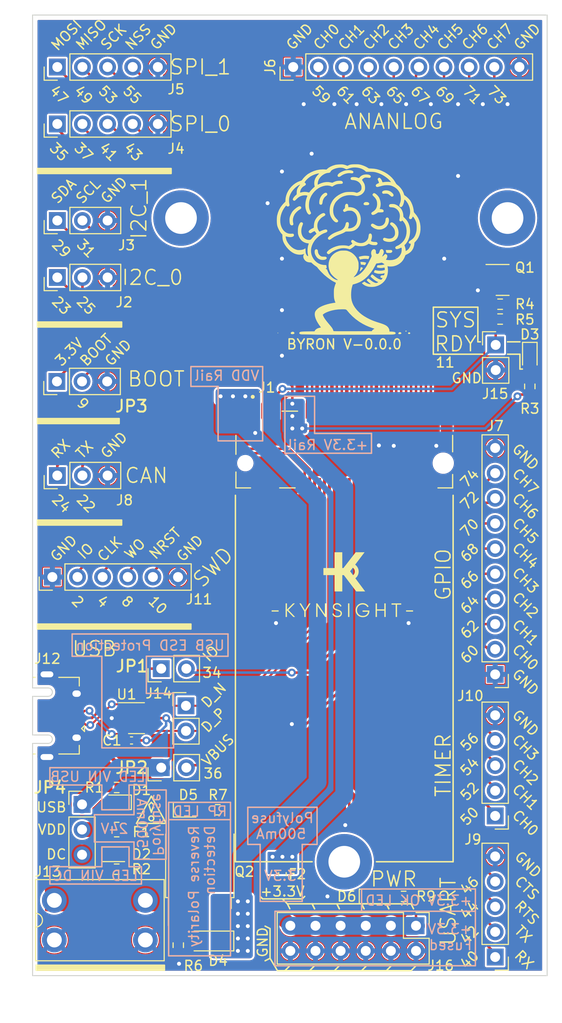
<source format=kicad_pcb>
(kicad_pcb (version 20221018) (generator pcbnew)

  (general
    (thickness 1.6)
  )

  (paper "A4")
  (layers
    (0 "F.Cu" signal)
    (31 "B.Cu" signal)
    (32 "B.Adhes" user "B.Adhesive")
    (33 "F.Adhes" user "F.Adhesive")
    (34 "B.Paste" user)
    (35 "F.Paste" user)
    (36 "B.SilkS" user "B.Silkscreen")
    (37 "F.SilkS" user "F.Silkscreen")
    (38 "B.Mask" user)
    (39 "F.Mask" user)
    (40 "Dwgs.User" user "User.Drawings")
    (41 "Cmts.User" user "User.Comments")
    (42 "Eco1.User" user "User.Eco1")
    (43 "Eco2.User" user "User.Eco2")
    (44 "Edge.Cuts" user)
    (45 "Margin" user)
    (46 "B.CrtYd" user "B.Courtyard")
    (47 "F.CrtYd" user "F.Courtyard")
    (48 "B.Fab" user)
    (49 "F.Fab" user)
    (50 "User.1" user)
    (51 "User.2" user)
    (52 "User.3" user)
    (53 "User.4" user)
    (54 "User.5" user)
    (55 "User.6" user)
    (56 "User.7" user)
    (57 "User.8" user)
    (58 "User.9" user)
  )

  (setup
    (stackup
      (layer "F.SilkS" (type "Top Silk Screen"))
      (layer "F.Paste" (type "Top Solder Paste"))
      (layer "F.Mask" (type "Top Solder Mask") (thickness 0.01))
      (layer "F.Cu" (type "copper") (thickness 0.035))
      (layer "dielectric 1" (type "core") (thickness 1.51) (material "FR4") (epsilon_r 4.5) (loss_tangent 0.02))
      (layer "B.Cu" (type "copper") (thickness 0.035))
      (layer "B.Mask" (type "Bottom Solder Mask") (thickness 0.01))
      (layer "B.Paste" (type "Bottom Solder Paste"))
      (layer "B.SilkS" (type "Bottom Silk Screen"))
      (copper_finish "None")
      (dielectric_constraints no)
    )
    (pad_to_mask_clearance 0)
    (aux_axis_origin 87.7 127.95)
    (grid_origin 87.7 127.95)
    (pcbplotparams
      (layerselection 0x00010fc_ffffffff)
      (plot_on_all_layers_selection 0x0000000_00000000)
      (disableapertmacros false)
      (usegerberextensions false)
      (usegerberattributes true)
      (usegerberadvancedattributes true)
      (creategerberjobfile true)
      (dashed_line_dash_ratio 12.000000)
      (dashed_line_gap_ratio 3.000000)
      (svgprecision 4)
      (plotframeref false)
      (viasonmask false)
      (mode 1)
      (useauxorigin false)
      (hpglpennumber 1)
      (hpglpenspeed 20)
      (hpglpendiameter 15.000000)
      (dxfpolygonmode true)
      (dxfimperialunits true)
      (dxfusepcbnewfont true)
      (psnegative false)
      (psa4output false)
      (plotreference true)
      (plotvalue true)
      (plotinvisibletext false)
      (sketchpadsonfab false)
      (subtractmaskfromsilk false)
      (outputformat 1)
      (mirror false)
      (drillshape 1)
      (scaleselection 1)
      (outputdirectory "")
    )
  )

  (net 0 "")
  (net 1 "+24V")
  (net 2 "/SWD.IO")
  (net 3 "/SWD.CLK")
  (net 4 "/SWD.WO")
  (net 5 "/MCU.BOOT")
  (net 6 "/MCU.NRST")
  (net 7 "/CAN.TX")
  (net 8 "/I2C_0.SDA")
  (net 9 "/CAN.RX")
  (net 10 "/I2C_0.SCL")
  (net 11 "/I2C_1.SDA")
  (net 12 "/USB.D_P")
  (net 13 "/I2C_1.SCL")
  (net 14 "/USB.IO")
  (net 15 "/SPI_0.MOSI")
  (net 16 "/USB.VBUS")
  (net 17 "/SPI_0.MISO")
  (net 18 "/USART.RX")
  (net 19 "/SPI_0.SCK")
  (net 20 "/USART.TX")
  (net 21 "/SPI_0.NSS")
  (net 22 "/USART.RTS")
  (net 23 "/USART.CTS")
  (net 24 "/SPI_1.MOSI")
  (net 25 "/SPI_1.MISO")
  (net 26 "/TIMER.CH_0")
  (net 27 "/TIMER.CH_1")
  (net 28 "/SPI_1.SCK")
  (net 29 "/TIMER.CH_2")
  (net 30 "/SPI_1.NSS")
  (net 31 "/TIMER.CH_3")
  (net 32 "/ANALOG.CH_0")
  (net 33 "/GPIO.CH_0")
  (net 34 "/ANALOG.CH_1")
  (net 35 "/GPIO.CH_1")
  (net 36 "/ANALOG.CH_2")
  (net 37 "/GPIO.CH_2")
  (net 38 "/ANALOG.CH_3")
  (net 39 "/GPIO.CH_3")
  (net 40 "/ANALOG.CH_4")
  (net 41 "/GPIO.CH_4")
  (net 42 "/ANALOG.CH_5")
  (net 43 "/GPIO.CH_5")
  (net 44 "/ANALOG.CH_6")
  (net 45 "/GPIO.CH_6")
  (net 46 "/ANALOG.CH_7")
  (net 47 "/GPIO.CH_7")
  (net 48 "GND")
  (net 49 "VDD")
  (net 50 "+5V")
  (net 51 "/SYS.READY")
  (net 52 "/USB.D_N")
  (net 53 "Net-(J12-ID)")
  (net 54 "Net-(D1-A)")
  (net 55 "Net-(D2-A)")
  (net 56 "Net-(D3-A)")
  (net 57 "Net-(D3-K)")
  (net 58 "Net-(D5-A)")
  (net 59 "Net-(JP4-C)")
  (net 60 "+3V3")
  (net 61 "Net-(Q1-B)")
  (net 62 "Net-(D4-A)")
  (net 63 "/VDD_Safe")
  (net 64 "/3.3V_Safe")
  (net 65 "Net-(D6-A)")

  (footprint "Resistor_SMD:R_0603_1608Metric" (layer "F.Cu") (at 102.425 124.875 -90))

  (footprint "Connector_PinHeader_2.54mm:PinHeader_1x05_P2.54mm_Vertical" (layer "F.Cu") (at 90.2 41.95 90))

  (footprint "Package_TO_SOT_SMD:TO-252-2" (layer "F.Cu") (at 104.6 116.76 90))

  (footprint "Connector_PinHeader_2.54mm:PinHeader_1x02_P2.54mm_Vertical" (layer "F.Cu") (at 100.7 96.95 90))

  (footprint "Connector_PinHeader_2.54mm:PinHeader_1x10_P2.54mm_Vertical" (layer "F.Cu") (at 134.45 97.53 180))

  (footprint "LED_SMD:LED_0603_1608Metric" (layer "F.Cu") (at 96.2 115.7))

  (footprint "Connector_PinHeader_2.54mm:PinHeader_2x06_P2.54mm_Vertical" (layer "F.Cu") (at 126.45 122.91 -90))

  (footprint "Resistor_SMD:R_0603_1608Metric" (layer "F.Cu") (at 134.95 60.15 180))

  (footprint "Connector_PinHeader_2.54mm:PinHeader_1x06_P2.54mm_Vertical" (layer "F.Cu") (at 89.7 87.7 90))

  (footprint "Connector_PinHeader_2.54mm:PinHeader_1x02_P2.54mm_Vertical" (layer "F.Cu") (at 103.2 100.7))

  (footprint "Connector_PinHeader_2.54mm:PinHeader_1x05_P2.54mm_Vertical" (layer "F.Cu") (at 134.45 126.07 180))

  (footprint "Connector_PinHeader_2.54mm:PinHeader_1x03_P2.54mm_Vertical" (layer "F.Cu") (at 92.7 110.66))

  (footprint "Resistor_SMD:R_0402_1005Metric" (layer "F.Cu") (at 112.95 117.7 90))

  (footprint "Resistor_SMD:R_0603_1608Metric" (layer "F.Cu") (at 96.2 117.2))

  (footprint "LED_SMD:LED_0603_1608Metric" (layer "F.Cu") (at 103.4125 111.2))

  (footprint "Resistor_SMD:R_0805_2012Metric" (layer "F.Cu") (at 96.2 113.2))

  (footprint "Connector_PinHeader_2.54mm:PinHeader_1x03_P2.54mm_Vertical" (layer "F.Cu") (at 90.2 57.45 90))

  (footprint "Connector_PinHeader_2.54mm:PinHeader_1x10_P2.54mm_Vertical" (layer "F.Cu") (at 114.04 36.2 90))

  (footprint "MountingHole:MountingHole_3.2mm_M3_DIN965_Pad" (layer "F.Cu") (at 135.7 51.45))

  (footprint "Capacitor_SMD:C_0402_1005Metric" (layer "F.Cu") (at 97.7 104.2 180))

  (footprint "819_connectors_card_edge:TE_2199230-3" (layer "F.Cu") (at 119.2 76.2))

  (footprint "LED_SMD:LED_0603_1608Metric" (layer "F.Cu") (at 96.2 110.45 180))

  (footprint "LED_SMD:LED_0603_1608Metric" (layer "F.Cu") (at 122.2 119.95))

  (footprint "MountingHole:MountingHole_3.2mm_M3_DIN965_Pad" (layer "F.Cu") (at 102.7 51.45))

  (footprint "Resistor_SMD:R_0603_1608Metric" (layer "F.Cu") (at 125.2 119.95 180))

  (footprint "Resistor_SMD:R_0603_1608Metric" (layer "F.Cu") (at 106.4125 111.2 180))

  (footprint "Package_TO_SOT_SMD:SOT-23-6" (layer "F.Cu") (at 98.2 101.95))

  (footprint "Resistor_SMD:R_0603_1608Metric" (layer "F.Cu") (at 137.95 68.45 90))

  (footprint "Connector_PinHeader_2.54mm:PinHeader_1x05_P2.54mm_Vertical" (layer "F.Cu") (at 134.45 111.82 180))

  (footprint "Connector_PinHeader_2.54mm:PinHeader_1x02_P2.54mm_Vertical" (layer "F.Cu") (at 100.7 106.95 90))

  (footprint "Connector_PinHeader_2.54mm:PinHeader_1x03_P2.54mm_Vertical" (layer "F.Cu") (at 90.2 51.7 90))

  (footprint "MountingHole:MountingHole_3.2mm_M3_DIN965_Pad" (layer "F.Cu") (at 119.2 116.45))

  (footprint "Connector_PinHeader_2.54mm:PinHeader_1x02_P2.54mm_Vertical" (layer "F.Cu") (at 134.5 64.26))

  (footprint "LED_SMD:LED_0603_1608Metric" (layer "F.Cu") (at 137.95 65.487501 -90))

  (footprint "ked_symbols:brayn_carrier" (layer "F.Cu")
    (tstamp bbbcaa97-a9fb-4be2-89d6-336da4add715)
    (at 119.7 54.45)
    (attr board_only exclude_from_pos_files exclude_from_bom)
    (fp_text reference "G***" (at 0 0) (layer "F.SilkS") hide
        (effects (font (size 1.5 1.5) (thickness 0.3)))
      (tstamp adf5df8f-5475-45ce-8c5f-04b8e5011e94)
    )
    (fp_text value "LOGO" (at 0.75 0) (layer "F.SilkS") hide
        (effects (font (size 1.5 1.5) (thickness 0.3)))
      (tstamp 2b8fb183-0a87-4f0f-905e-faff4b08d567)
    )
    (fp_poly
      (pts
        (xy -7.182104 8.583858)
        (xy -7.174335 8.601808)
        (xy -7.181132 8.629502)
        (xy -7.209692 8.636)
        (xy -7.24176 8.626111)
        (xy -7.24505 8.601808)
        (xy -7.225784 8.57274)
        (xy -7.209692 8.567615)
      )

      (stroke (width 0) (type solid)) (fill solid) (layer "F.SilkS") (tstamp c42c3e8b-e88e-4603-872d-43b0db020b19))
    (fp_poly
      (pts
        (xy 5.774469 8.374497)
        (xy 5.791063 8.393367)
        (xy 5.801295 8.427291)
        (xy 5.789583 8.445542)
        (xy 5.766545 8.458709)
        (xy 5.721253 8.466187)
        (xy 5.697097 8.453997)
        (xy 5.674805 8.420225)
        (xy 5.683364 8.385832)
        (xy 5.717221 8.364393)
        (xy 5.734538 8.362461)
      )

      (stroke (width 0) (type solid)) (fill solid) (layer "F.SilkS") (tstamp 5078f9ee-6ace-48cd-b8cc-64d3f5283360))
    (fp_poly
      (pts
        (xy 6.108116 8.551639)
        (xy 6.15082 8.583584)
        (xy 6.173382 8.622074)
        (xy 6.174154 8.629625)
        (xy 6.158059 8.66236)
        (xy 6.120415 8.693864)
        (xy 6.077179 8.711943)
        (xy 6.065154 8.712915)
        (xy 6.016464 8.704566)
        (xy 5.983654 8.694006)
        (xy 5.948846 8.665192)
        (xy 5.943094 8.625879)
        (xy 5.961791 8.585416)
        (xy 6.000334 8.553157)
        (xy 6.054119 8.538453)
        (xy 6.060318 8.538308)
      )

      (stroke (width 0) (type solid)) (fill solid) (layer "F.SilkS") (tstamp fa1d1951-6049-4fda-a65d-d2358cf567c0))
    (fp_poly
      (pts
        (xy 5.168465 8.529931)
        (xy 5.219925 8.557395)
        (xy 5.260029 8.59213)
        (xy 5.275384 8.623914)
        (xy 5.258259 8.675894)
        (xy 5.207763 8.709036)
        (xy 5.125214 8.722493)
        (xy 5.121962 8.722592)
        (xy 5.058188 8.721128)
        (xy 5.007972 8.714392)
        (xy 4.991913 8.708983)
        (xy 4.964446 8.676465)
        (xy 4.965527 8.633286)
        (xy 4.989567 8.587805)
        (xy 5.030978 8.548382)
        (xy 5.084172 8.523376)
        (xy 5.119077 8.518769)
      )

      (stroke (width 0) (type solid)) (fill solid) (layer "F.SilkS") (tstamp 49c2e593-6302-4d9b-973e-3864a0597df1))
    (fp_poly
      (pts
        (xy -5.639843 8.49221)
        (xy -5.582569 8.524953)
        (xy -5.546252 8.570708)
        (xy -5.536212 8.622259)
        (xy -5.557768 8.672393)
        (xy -5.564929 8.680228)
        (xy -5.612539 8.70659)
        (xy -5.683052 8.722461)
        (xy -5.76135 8.726371)
        (xy -5.832316 8.716851)
        (xy -5.856224 8.708528)
        (xy -5.900768 8.673718)
        (xy -5.914159 8.62882)
        (xy -5.90056 8.580476)
        (xy -5.864133 8.535326)
        (xy -5.809042 8.50001)
        (xy -5.739449 8.481167)
        (xy -5.712758 8.479692)
      )

      (stroke (width 0) (type solid)) (fill solid) (layer "F.SilkS") (tstamp 822692f1-530b-4f1a-b327-a7b7ea840b34))
    (fp_poly
      (pts
        (xy 1.20266 1.962132)
        (xy 1.251983 1.977602)
        (xy 1.306837 1.999094)
        (xy 1.35488 2.021189)
        (xy 1.383768 2.038466)
        (xy 1.387231 2.043177)
        (xy 1.375287 2.066141)
        (xy 1.343706 2.110206)
        (xy 1.298864 2.167312)
        (xy 1.247138 2.229401)
        (xy 1.194902 2.288413)
        (xy 1.183533 2.300654)
        (xy 1.126105 2.356137)
        (xy 1.087232 2.381271)
        (xy 1.068339 2.375679)
        (xy 1.070848 2.338981)
        (xy 1.073403 2.329961)
        (xy 1.085279 2.285847)
        (xy 1.102276 2.21665)
        (xy 1.121203 2.135468)
        (xy 1.126022 2.114122)
        (xy 1.144607 2.03535)
        (xy 1.159303 1.988032)
        (xy 1.173598 1.965251)
        (xy 1.190982 1.960087)
      )

      (stroke (width 0) (type solid)) (fill solid) (layer "F.SilkS") (tstamp b96846ae-17b2-49db-9603-d70a529852ca))
    (fp_poly
      (pts
        (xy 1.797451 -4.613137)
        (xy 1.893811 -4.595539)
        (xy 1.966567 -4.549955)
        (xy 2.004743 -4.503228)
        (xy 2.025339 -4.45939)
        (xy 2.020121 -4.416006)
        (xy 2.013463 -4.398573)
        (xy 1.986811 -4.354852)
        (xy 1.945169 -4.325283)
        (xy 1.881957 -4.307612)
        (xy 1.790591 -4.299586)
        (xy 1.7211 -4.298462)
        (xy 1.63283 -4.299929)
        (xy 1.573388 -4.305561)
        (xy 1.532591 -4.317199)
        (xy 1.500259 -4.336685)
        (xy 1.497327 -4.338957)
        (xy 1.453344 -4.39222)
        (xy 1.447399 -4.451242)
        (xy 1.479297 -4.513694)
        (xy 1.51491 -4.550438)
        (xy 1.55824 -4.583716)
        (xy 1.602903 -4.604045)
        (xy 1.659384 -4.613753)
        (xy 1.73817 -4.615167)
      )

      (stroke (width 0) (type solid)) (fill solid) (layer "F.SilkS") (tstamp a4672d3b-633b-4e67-9168-b4be73a46176))
    (fp_poly
      (pts
        (xy 1.332417 1.429924)
        (xy 1.420276 1.439611)
        (xy 1.50996 1.45363)
        (xy 1.592155 1.470237)
        (xy 1.657549 1.487694)
        (xy 1.696827 1.504258)
        (xy 1.702937 1.509908)
        (xy 1.701284 1.536746)
        (xy 1.684074 1.584245)
        (xy 1.657131 1.641195)
        (xy 1.626278 1.696385)
        (xy 1.597337 1.738606)
        (xy 1.576132 1.756649)
        (xy 1.574746 1.756699)
        (xy 1.541682 1.750599)
        (xy 1.494692 1.738942)
        (xy 1.444046 1.728539)
        (xy 1.371669 1.717668)
        (xy 1.306591 1.710098)
        (xy 1.177104 1.697249)
        (xy 1.166449 1.625278)
        (xy 1.154945 1.55609)
        (xy 1.14216 1.490228)
        (xy 1.14207 1.489808)
        (xy 1.128346 1.426308)
        (xy 1.255698 1.426308)
      )

      (stroke (width 0) (type solid)) (fill solid) (layer "F.SilkS") (tstamp dd76cb87-0ba9-4376-9c87-da56f43e2eff))
    (fp_poly
      (pts
        (xy 4.100194 0.224937)
        (xy 4.181187 0.226278)
        (xy 4.236228 0.229625)
        (xy 4.271879 0.235885)
        (xy 4.294702 0.245968)
        (xy 4.311259 0.260783)
        (xy 4.3197 0.270818)
        (xy 4.347137 0.318552)
        (xy 4.357077 0.359942)
        (xy 4.340361 0.412211)
        (xy 4.297478 0.464374)
        (xy 4.239319 0.503939)
        (xy 4.226929 0.509197)
        (xy 4.182591 0.517752)
        (xy 4.111315 0.522962)
        (xy 4.025101 0.524793)
        (xy 3.935947 0.523211)
        (xy 3.855852 0.518181)
        (xy 3.800231 0.510424)
        (xy 3.762992 0.498011)
        (xy 3.743103 0.473433)
        (xy 3.73204 0.424512)
        (xy 3.73006 0.410159)
        (xy 3.719714 0.343987)
        (xy 3.708025 0.286203)
        (xy 3.704778 0.273538)
        (xy 3.69105 0.224692)
        (xy 3.986687 0.224692)
      )

      (stroke (width 0) (type solid)) (fill solid) (layer "F.SilkS") (tstamp a774d402-66e7-4b2f-96bc-66019439791e))
    (fp_poly
      (pts
        (xy -2.303522 -5.545995)
        (xy -2.249422 -5.500565)
        (xy -2.218153 -5.435137)
        (xy -2.217209 -5.368097)
        (xy -2.253608 -5.300945)
        (xy -2.325721 -5.236457)
        (xy -2.340515 -5.226539)
        (xy -2.461948 -5.125718)
        (xy -2.562075 -4.997057)
        (xy -2.636755 -4.84782)
        (xy -2.681848 -4.685272)
        (xy -2.691276 -4.611077)
        (xy -2.708155 -4.496672)
        (xy -2.738288 -4.416569)
        (xy -2.782981 -4.367865)
        (xy -2.805977 -4.356238)
        (xy -2.843326 -4.343028)
        (xy -2.858772 -4.339218)
        (xy -2.877867 -4.34533)
        (xy -2.919059 -4.357795)
        (xy -2.920978 -4.358367)
        (xy -2.968996 -4.378331)
        (xy -3.000518 -4.409027)
        (xy -3.018735 -4.457945)
        (xy -3.026839 -4.532571)
        (xy -3.0282 -4.609927)
        (xy -3.009308 -4.799871)
        (xy -2.955563 -4.98594)
        (xy -2.870475 -5.160363)
        (xy -2.757554 -5.315369)
        (xy -2.670121 -5.402706)
        (xy -2.560146 -5.486978)
        (xy -2.460986 -5.539051)
        (xy -2.374744 -5.558774)
      )

      (stroke (width 0) (type solid)) (fill solid) (layer "F.SilkS") (tstamp 43012569-ee1f-48cb-8bb3-85e587bb6a73))
    (fp_poly
      (pts
        (xy 0.080614 -7.832161)
        (xy 0.206974 -7.811971)
        (xy 0.307375 -7.779435)
        (xy 0.378853 -7.735973)
        (xy 0.418444 -7.683002)
        (xy 0.423183 -7.62194)
        (xy 0.418523 -7.605431)
        (xy 0.384452 -7.549819)
        (xy 0.328127 -7.519646)
        (xy 0.245857 -7.513685)
        (xy 0.171274 -7.523184)
        (xy 0.003793 -7.536496)
        (xy -0.178107 -7.520927)
        (xy -0.365562 -7.478975)
        (xy -0.549704 -7.41314)
        (xy -0.721668 -7.325922)
        (xy -0.855612 -7.233682)
        (xy -0.933496 -7.184563)
        (xy -1.011072 -7.158318)
        (xy -1.078862 -7.157106)
        (xy -1.117697 -7.174012)
        (xy -1.149249 -7.211495)
        (xy -1.171218 -7.254374)
        (xy -1.180503 -7.295735)
        (xy -1.170928 -7.33605)
        (xy -1.144152 -7.383715)
        (xy -1.088224 -7.457148)
        (xy -1.014826 -7.524442)
        (xy -0.917663 -7.59033)
        (xy -0.790445 -7.659541)
        (xy -0.752231 -7.678391)
        (xy -0.565979 -7.757515)
        (xy -0.386909 -7.8081)
        (xy -0.199899 -7.833689)
        (xy -0.068741 -7.838588)
      )

      (stroke (width 0) (type solid)) (fill solid) (layer "F.SilkS") (tstamp 4eb467c3-4671-427b-8c1c-5189db62decf))
    (fp_poly
      (pts
        (xy 3.845385 -5.789422)
        (xy 3.988069 -5.757112)
        (xy 4.124496 -5.702898)
        (xy 4.148838 -5.690256)
        (xy 4.233758 -5.635486)
        (xy 4.317598 -5.56628)
        (xy 4.391622 -5.491311)
        (xy 4.447098 -5.419251)
        (xy 4.472447 -5.368944)
        (xy 4.482211 -5.288777)
        (xy 4.458366 -5.222768)
        (xy 4.405474 -5.177332)
        (xy 4.328097 -5.158882)
        (xy 4.322965 -5.158775)
        (xy 4.285796 -5.163779)
        (xy 4.245507 -5.182771)
        (xy 4.194321 -5.220603)
        (xy 4.124459 -5.282125)
        (xy 4.122966 -5.283494)
        (xy 4.027445 -5.364645)
        (xy 3.941745 -5.419436)
        (xy 3.854681 -5.451641)
        (xy 3.755066 -5.465031)
        (xy 3.631716 -5.463378)
        (xy 3.5963 -5.461088)
        (xy 3.507872 -5.455293)
        (xy 3.449549 -5.453927)
        (xy 3.412496 -5.458164)
        (xy 3.387878 -5.469178)
        (xy 3.366858 -5.488143)
        (xy 3.36317 -5.492067)
        (xy 3.328347 -5.553481)
        (xy 3.324064 -5.621185)
        (xy 3.35017 -5.681838)
        (xy 3.3655 -5.698096)
        (xy 3.456502 -5.754167)
        (xy 3.57193 -5.788026)
        (xy 3.704115 -5.799753)
      )

      (stroke (width 0) (type solid)) (fill solid) (layer "F.SilkS") (tstamp dc6617a5-f734-4f20-9d79-3034db430f69))
    (fp_poly
      (pts
        (xy 1.685095 0.808047)
        (xy 1.785067 0.814499)
        (xy 1.877494 0.824512)
        (xy 1.954015 0.837225)
        (xy 2.006268 0.851777)
        (xy 2.024712 0.863708)
        (xy 2.024676 0.890537)
        (xy 2.013404 0.94321)
        (xy 1.993271 1.010939)
        (xy 1.990417 1.019435)
        (xy 1.965982 1.089088)
        (xy 1.947813 1.128838)
        (xy 1.929843 1.145861)
        (xy 1.906002 1.147333)
        (xy 1.885461 1.143553)
        (xy 1.728666 1.12293)
        (xy 1.556061 1.120026)
        (xy 1.386675 1.134862)
        (xy 1.338384 1.142955)
        (xy 1.253264 1.159074)
        (xy 1.177029 1.173473)
        (xy 1.121998 1.183826)
        (xy 1.108808 1.186291)
        (xy 1.069597 1.188469)
        (xy 1.055869 1.170518)
        (xy 1.055077 1.157897)
        (xy 1.046184 1.118896)
        (xy 1.023538 1.062454)
        (xy 1.007495 1.030022)
        (xy 0.980096 0.971704)
        (xy 0.974086 0.937006)
        (xy 0.983071 0.921313)
        (xy 1.02141 0.902458)
        (xy 1.089511 0.881132)
        (xy 1.178313 0.859316)
        (xy 1.278756 0.838989)
        (xy 1.381778 0.822129)
        (xy 1.478319 0.810718)
        (xy 1.495965 0.80927)
        (xy 1.585941 0.806017)
      )

      (stroke (width 0) (type solid)) (fill solid) (layer "F.SilkS") (tstamp 38f0e21f-97b4-48b0-843c-7357ed62fa2b))
    (fp_poly
      (pts
        (xy -4.983043 -4.190271)
        (xy -4.919401 -4.169398)
        (xy -4.871452 -4.134117)
        (xy -4.857676 -4.111971)
        (xy -4.843552 -4.044172)
        (xy -4.858643 -3.983186)
        (xy -4.905599 -3.924932)
        (xy -4.987073 -3.865327)
        (xy -5.036759 -3.836394)
        (xy -5.137118 -3.76979)
        (xy -5.24611 -3.678945)
        (xy -5.353565 -3.57387)
        (xy -5.44931 -3.46458)
        (xy -5.523174 -3.361085)
        (xy -5.528347 -3.352488)
        (xy -5.620017 -3.162871)
        (xy -5.676098 -2.96666)
        (xy -5.695911 -2.768433)
        (xy -5.678779 -2.572768)
        (xy -5.657314 -2.481385)
        (xy -5.643459 -2.392242)
        (xy -5.659978 -2.325507)
        (xy -5.688501 -2.291777)
        (xy -5.75359 -2.261493)
        (xy -5.831363 -2.261579)
        (xy -5.87703 -2.275961)
        (xy -5.933799 -2.314568)
        (xy -5.976521 -2.37626)
        (xy -6.006578 -2.46492)
        (xy -6.025351 -2.58443)
        (xy -6.033558 -2.715846)
        (xy -6.035561 -2.830868)
        (xy -6.031984 -2.921687)
        (xy -6.021513 -3.002943)
        (xy -6.002834 -3.089276)
        (xy -5.998465 -3.106616)
        (xy -5.953051 -3.247995)
        (xy -5.889554 -3.396306)
        (xy -5.814588 -3.538317)
        (xy -5.734768 -3.660793)
        (xy -5.698667 -3.706431)
        (xy -5.600042 -3.812302)
        (xy -5.489679 -3.914537)
        (xy -5.374434 -4.008043)
        (xy -5.261163 -4.087726)
        (xy -5.156722 -4.148492)
        (xy -5.067964 -4.185248)
        (xy -5.047234 -4.190465)
      )

      (stroke (width 0) (type solid)) (fill solid) (layer "F.SilkS") (tstamp 105add6c-252d-4095-b5d0-4c1c4263db26))
    (fp_poly
      (pts
        (xy -3.321295 0.147109)
        (xy -3.276115 0.163388)
        (xy -3.215094 0.199495)
        (xy -3.180156 0.250584)
        (xy -3.166145 0.325797)
        (xy -3.165231 0.359967)
        (xy -3.147259 0.49035)
        (xy -3.097083 0.615947)
        (xy -3.020307 0.727549)
        (xy -2.922539 0.815946)
        (xy -2.867892 0.848387)
        (xy -2.815454 0.872157)
        (xy -2.76608 0.887103)
        (xy -2.708077 0.89519)
        (xy -2.629748 0.898384)
        (xy -2.568136 0.898769)
        (xy -2.477306 0.89937)
        (xy -2.416483 0.902418)
        (xy -2.376602 0.909779)
        (xy -2.348595 0.92332)
        (xy -2.323397 0.944907)
        (xy -2.317972 0.95028)
        (xy -2.28382 0.992544)
        (xy -2.266869 1.029422)
        (xy -2.266462 1.033855)
        (xy -2.284361 1.089759)
        (xy -2.333001 1.144868)
        (xy -2.404791 1.19078)
        (xy -2.410704 1.193531)
        (xy -2.489353 1.216309)
        (xy -2.592574 1.228315)
        (xy -2.707385 1.22957)
        (xy -2.820802 1.220094)
        (xy -2.919841 1.199905)
        (xy -2.942181 1.19271)
        (xy -3.084271 1.128307)
        (xy -3.203188 1.042297)
        (xy -3.304461 0.929413)
        (xy -3.393617 0.784385)
        (xy -3.414674 0.742461)
        (xy -3.454553 0.652779)
        (xy -3.478014 0.576566)
        (xy -3.490129 0.494655)
        (xy -3.493587 0.444245)
        (xy -3.494246 0.343142)
        (xy -3.481497 0.270409)
        (xy -3.451896 0.216632)
        (xy -3.401995 0.172395)
        (xy -3.391501 0.165314)
        (xy -3.355612 0.146726)
      )

      (stroke (width 0) (type solid)) (fill solid) (layer "F.SilkS") (tstamp 416aeaeb-8192-4a31-83d8-f65546e6a598))
    (fp_poly
      (pts
        (xy 3.869367 -3.05491)
        (xy 3.889512 -3.047437)
        (xy 3.944925 -3.017156)
        (xy 3.979483 -2.975328)
        (xy 4.001464 -2.910229)
        (xy 4.00765 -2.88014)
        (xy 4.015618 -2.74485)
        (xy 3.994739 -2.596959)
        (xy 3.94834 -2.446037)
        (xy 3.87975 -2.301658)
        (xy 3.792297 -2.173394)
        (xy 3.742889 -2.118649)
        (xy 3.643079 -2.036234)
        (xy 3.519655 -1.960286)
        (xy 3.387593 -1.898709)
        (xy 3.261867 -1.859409)
        (xy 3.245602 -1.85613)
        (xy 3.127186 -1.842321)
        (xy 2.995816 -1.839858)
        (xy 2.871974 -1.848722)
        (xy 2.823308 -1.85657)
        (xy 2.636207 -1.912898)
        (xy 2.454276 -2.004179)
        (xy 2.285427 -2.126386)
        (xy 2.274023 -2.136238)
        (xy 2.210918 -2.205706)
        (xy 2.186256 -2.271227)
        (xy 2.19982 -2.334567)
        (xy 2.243107 -2.389806)
        (xy 2.289075 -2.424708)
        (xy 2.337603 -2.438785)
        (xy 2.395493 -2.431058)
        (xy 2.469548 -2.400542)
        (xy 2.566569 -2.346257)
        (xy 2.573461 -2.342107)
        (xy 2.696788 -2.272707)
        (xy 2.801907 -2.226371)
        (xy 2.899274 -2.199603)
        (xy 2.999342 -2.188907)
        (xy 3.033444 -2.188308)
        (xy 3.195022 -2.205581)
        (xy 3.337376 -2.255729)
        (xy 3.45787 -2.336249)
        (xy 3.553869 -2.444634)
        (xy 3.622738 -2.57838)
        (xy 3.661842 -2.734982)
        (xy 3.667769 -2.7913)
        (xy 3.676515 -2.88512)
        (xy 3.689179 -2.948735)
        (xy 3.709541 -2.991018)
        (xy 3.741379 -3.020841)
        (xy 3.773509 -3.039568)
        (xy 3.824538 -3.059157)
      )

      (stroke (width 0) (type solid)) (fill solid) (layer "F.SilkS") (tstamp e800d0eb-20a5-4cc2-a598-d574d8af7c82))
    (fp_poly
      (pts
        (xy 4.376559 -2.548661)
        (xy 4.47553 -2.494642)
        (xy 4.586564 -2.406241)
        (xy 4.647395 -2.348141)
        (xy 4.782987 -2.18551)
        (xy 4.883805 -2.005207)
        (xy 4.949578 -1.807906)
        (xy 4.980038 -1.594277)
        (xy 4.982308 -1.514231)
        (xy 4.968447 -1.313549)
        (xy 4.926363 -1.138634)
        (xy 4.855297 -0.987458)
        (xy 4.754493 -0.857993)
        (xy 4.727541 -0.831558)
        (xy 4.589373 -0.728212)
        (xy 4.428027 -0.65201)
        (xy 4.24961 -0.604226)
        (xy 4.060226 -0.586133)
        (xy 3.865984 -0.599001)
        (xy 3.737424 -0.625248)
        (xy 3.635893 -0.654177)
        (xy 3.562816 -0.681429)
        (xy 3.508041 -0.711376)
        (xy 3.470719 -0.740088)
        (xy 3.423424 -0.802735)
        (xy 3.411715 -0.871351)
        (xy 3.435013 -0.937246)
        (xy 3.487323 -0.988298)
        (xy 3.512299 -1.002669)
        (xy 3.538006 -1.009269)
        (xy 3.573181 -1.007429)
        (xy 3.626561 -0.99648)
        (xy 3.706885 -0.975754)
        (xy 3.729166 -0.969781)
        (xy 3.88214 -0.935099)
        (xy 4.012976 -0.921003)
        (xy 4.132588 -0.927241)
        (xy 4.251895 -0.953558)
        (xy 4.264368 -0.957327)
        (xy 4.349943 -0.989386)
        (xy 4.415701 -1.030546)
        (xy 4.478078 -1.089762)
        (xy 4.549353 -1.176834)
        (xy 4.595958 -1.263898)
        (xy 4.621353 -1.361579)
        (xy 4.628998 -1.480507)
        (xy 4.627375 -1.548343)
        (xy 4.61173 -1.693674)
        (xy 4.576021 -1.824406)
        (xy 4.516796 -1.946574)
        (xy 4.430602 -2.066215)
        (xy 4.313989 -2.189365)
        (xy 4.204651 -2.287524)
        (xy 4.146961 -2.347068)
        (xy 4.124662 -2.401445)
        (xy 4.136227 -2.4583)
        (xy 4.161959 -2.501298)
        (xy 4.21878 -2.552303)
        (xy 4.290644 -2.567986)
      )

      (stroke (width 0) (type solid)) (fill solid) (layer "F.SilkS") (tstamp 676ff18f-9a40-491d-b7ca-9ef7212335f3))
    (fp_poly
      (pts
        (xy 2.541167 -5.51287)
        (xy 2.61535 -5.481669)
        (xy 2.698885 -5.42691)
        (xy 2.78623 -5.353465)
        (xy 2.871843 -5.266209)
        (xy 2.95018 -5.170014)
        (xy 3.015699 -5.069755)
        (xy 3.038949 -5.025793)
        (xy 3.106894 -4.855492)
        (xy 3.154007 -4.671492)
        (xy 3.177412 -4.487944)
        (xy 3.176865 -4.347308)
        (xy 3.161812 -4.215417)
        (xy 3.1385 -4.094869)
        (xy 3.109263 -3.99623)
        (xy 3.089209 -3.950753)
        (xy 3.077231 -3.922755)
        (xy 3.087173 -3.910405)
        (xy 3.126764 -3.907038)
        (xy 3.14012 -3.906842)
        (xy 3.273036 -3.895415)
        (xy 3.373413 -3.864811)
        (xy 3.440616 -3.8154)
        (xy 3.47401 -3.747554)
        (xy 3.477846 -3.709352)
        (xy 3.473175 -3.659685)
        (xy 3.455679 -3.623573)
        (xy 3.420136 -3.598786)
        (xy 3.36132 -3.583096)
        (xy 3.27401 -3.574276)
        (xy 3.15298 -3.570096)
        (xy 3.151331 -3.570066)
        (xy 2.917444 -3.565769)
        (xy 2.801991 -3.491454)
        (xy 2.655856 -3.404153)
        (xy 2.533545 -3.345973)
        (xy 2.433513 -3.316314)
        (xy 2.354217 -3.314574)
        (xy 2.349889 -3.315384)
        (xy 2.307043 -3.336658)
        (xy 2.266851 -3.374328)
        (xy 2.230973 -3.441236)
        (xy 2.232776 -3.504038)
        (xy 2.272714 -3.563965)
        (xy 2.351237 -3.622249)
        (xy 2.359628 -3.627123)
        (xy 2.519528 -3.735669)
        (xy 2.643874 -3.859326)
        (xy 2.734028 -4.000393)
        (xy 2.791352 -4.161167)
        (xy 2.817207 -4.343944)
        (xy 2.819019 -4.402061)
        (xy 2.809846 -4.585829)
        (xy 2.776435 -4.745371)
        (xy 2.715272 -4.889103)
        (xy 2.622844 -5.02544)
        (xy 2.505343 -5.153369)
        (xy 2.434654 -5.223547)
        (xy 2.388301 -5.273272)
        (xy 2.361968 -5.308663)
        (xy 2.35134 -5.335839)
        (xy 2.3521 -5.360917)
        (xy 2.35374 -5.368292)
        (xy 2.382726 -5.431834)
        (xy 2.429768 -5.485812)
        (xy 2.48188 -5.515637)
      )

      (stroke (width 0) (type solid)) (fill solid) (layer "F.SilkS") (tstamp 844d6e89-35cd-4610-ade7-b64f12890be4))
    (fp_poly
      (pts
        (xy 2.181858 -1.43089)
        (xy 2.23481 -1.388033)
        (xy 2.27237 -1.318269)
        (xy 2.293668 -1.226449)
        (xy 2.297837 -1.117427)
        (xy 2.284009 -0.996055)
        (xy 2.251315 -0.867185)
        (xy 2.228542 -0.803774)
        (xy 2.205464 -0.737678)
        (xy 2.199866 -0.696525)
        (xy 2.20961 -0.671951)
        (xy 2.253061 -0.642755)
        (xy 2.32672 -0.617712)
        (xy 2.42178 -0.598791)
        (xy 2.529432 -0.587957)
        (xy 2.593895 -0.586154)
        (xy 2.6754 -0.585274)
        (xy 2.728613 -0.580777)
        (xy 2.764308 -0.569882)
        (xy 2.79326 -0.549805)
        (xy 2.815041 -0.529042)
        (xy 2.85952 -0.470892)
        (xy 2.867835 -0.416446)
        (xy 2.840045 -0.357975)
        (xy 2.816515 -0.329116)
        (xy 2.786639 -0.298395)
        (xy 2.757167 -0.279247)
        (xy 2.717412 -0.268241)
        (xy 2.656687 -0.261944)
        (xy 2.596708 -0.258539)
        (xy 2.402984 -0.264847)
        (xy 2.219624 -0.302439)
        (xy 2.072301 -0.360841)
        (xy 1.976182 -0.409548)
        (xy 1.877367 -0.343051)
        (xy 1.744871 -0.269185)
        (xy 1.59294 -0.209388)
        (xy 1.45849 -0.174539)
        (xy 1.333938 -0.159489)
        (xy 1.187164 -0.155084)
        (xy 1.033389 -0.160787)
        (xy 0.887833 -0.176059)
        (xy 0.771554 -0.198804)
        (xy 0.609525 -0.241301)
        (xy 0.54961 -0.181386)
        (xy 0.476651 -0.115716)
        (xy 0.38411 -0.042651)
        (xy 0.285356 0.028031)
        (xy 0.19376 0.086551)
        (xy 0.151091 0.110105)
        (xy 0.057377 0.157593)
        (xy -0.073985 0.118472)
        (xy -0.301292 0.064612)
        (xy -0.519229 0.043021)
        (xy -0.739353 0.052968)
        (xy -0.852249 0.069262)
        (xy -1.13002 0.135159)
        (xy -1.395159 0.232926)
        (xy -1.641887 0.359921)
        (xy -1.864424 0.513506)
        (xy -1.913723 0.554142)
        (xy -1.984477 0.610952)
        (xy -2.036753 0.642879)
        (xy -2.078522 0.653809)
        (xy -2.110154 0.64993)
        (xy -2.186313 0.615092)
        (xy -2.238897 0.562701)
        (xy -2.262306 0.500293)
        (xy -2.257442 0.451747)
        (xy -2.237434 0.417795)
        (xy -2.197771 0.368647)
        (xy -2.153092 0.321121)
        (xy -1.991908 0.184564)
        (xy -1.798643 0.060901)
        (xy -1.578956 -0.047096)
        (xy -1.338508 -0.13666)
        (xy -1.082959 -0.205019)
        (xy -1.073824 -0.20699)
        (xy -0.939073 -0.228219)
        (xy -0.782283 -0.2407)
        (xy -0.615952 -0.244421)
        (xy -0.45258 -0.239368)
        (xy -0.304663 -0.225528)
        (xy -0.204824 -0.207883)
        (xy -0.048186 -0.171535)
        (xy 0.049176 -0.225141)
        (xy 0.115778 -0.265268)
        (xy 0.183426 -0.311664)
        (xy 0.244021 -0.35804)
        (xy 0.289462 -0.398111)
        (xy 0.31165 -0.425586)
        (xy 0.312615 -0.429651)
        (xy 0.299924 -0.452707)
        (xy 0.268129 -0.49037)
        (xy 0.254 -0.504994)
        (xy 0.205897 -0.575004)
        (xy 0.193834 -0.648355)
        (xy 0.217953 -0.718259)
        (xy 0.248745 -0.754703)
        (xy 0.298845 -0.787526)
        (xy 0.353615 -0.792963)
        (xy 0.41913 -0.769902)
        (xy 0.501464 -0.717228)
        (xy 0.517243 -0.705496)
        (xy 0.686501 -0.597559)
        (xy 0.861431 -0.522937)
        (xy 1.038019 -0.481491)
        (xy 1.212253 -0.473083)
        (xy 1.380119 -0.497576)
        (xy 1.537606 -0.554831)
        (xy 1.680698 -0.644711)
        (xy 1.790299 -0.749269)
        (xy 1.863724 -0.849417)
        (xy 1.913335 -0.958097)
        (xy 1.943519 -1.086545)
        (xy 1.953126 -1.166333)
        (xy 1.968621 -1.27966)
        (xy 1.992949 -1.359184)
        (xy 2.028922 -1.409714)
        (xy 2.079354 -1.436056)
        (xy 2.11438 -1.441986)
      )

      (stroke (width 0) (type solid)) (fill solid) (layer "F.SilkS") (tstamp 84a1a4bf-822a-4a3b-a703-29186eca5056))
    (fp_poly
      (pts
        (xy -0.185569 -4.427811)
        (xy -0.138662 -4.384393)
        (xy -0.109421 -4.309058)
        (xy -0.097692 -4.225703)
        (xy -0.087923 -4.095336)
        (xy 0.019887 -4.100413)
        (xy 0.154224 -4.094354)
        (xy 0.303554 -4.067033)
        (xy 0.452631 -4.021938)
        (xy 0.557243 -3.9775)
        (xy 0.715183 -3.878544)
        (xy 0.853853 -3.748816)
        (xy 0.970726 -3.59285)
        (xy 1.063276 -3.415181)
        (xy 1.128978 -3.220345)
        (xy 1.165304 -3.012875)
        (xy 1.171968 -2.873913)
        (xy 1.155431 -2.642574)
        (xy 1.107344 -2.428855)
        (xy 1.028698 -2.235413)
        (xy 0.920482 -2.064902)
        (xy 0.833844 -1.966717)
        (xy 0.700435 -1.851524)
        (xy 0.556165 -1.763408)
        (xy 0.39574 -1.700503)
        (xy 0.213864 -1.660945)
        (xy 0.005242 -1.642867)
        (xy -0.090181 -1.641231)
        (xy -0.196465 -1.640825)
        (xy -0.271774 -1.638787)
        (xy -0.32421 -1.633887)
        (xy -0.361875 -1.624895)
        (xy -0.392867 -1.610581)
        (xy -0.424094 -1.590533)
        (xy -0.514398 -1.534441)
        (xy -0.620028 -1.480216)
        (xy -0.747686 -1.424812)
        (xy -0.904074 -1.365181)
        (xy -0.976923 -1.339199)
        (xy -1.264424 -1.225716)
        (xy -1.51749 -1.098919)
        (xy -1.738911 -0.957374)
        (xy -1.779988 -0.926906)
        (xy -1.864058 -0.865318)
        (xy -1.926679 -0.826758)
        (xy -1.975643 -0.80833)
        (xy -2.018739 -0.807137)
        (xy -2.063758 -0.820281)
        (xy -2.065169 -0.820846)
        (xy -2.103937 -0.849935)
        (xy -2.13815 -0.896254)
        (xy -2.13894 -0.897761)
        (xy -2.155068 -0.944957)
        (xy -2.150278 -0.991703)
        (xy -2.121564 -1.044174)
        (xy -2.065924 -1.108543)
        (xy -2.009464 -1.163876)
        (xy -1.859461 -1.290588)
        (xy -1.6924 -1.402336)
        (xy -1.502063 -1.502586)
        (xy -1.282232 -1.594801)
        (xy -1.152769 -1.641217)
        (xy -1.048595 -1.678207)
        (xy -0.946154 -1.717101)
        (xy -0.857317 -1.753245)
        (xy -0.794586 -1.781669)
        (xy -0.650815 -1.874775)
        (xy -0.533576 -1.996097)
        (xy -0.443692 -2.144422)
        (xy -0.381987 -2.318535)
        (xy -0.360985 -2.420878)
        (xy -0.333608 -2.506621)
        (xy -0.285743 -2.565017)
        (xy -0.221819 -2.591964)
        (xy -0.177124 -2.591253)
        (xy -0.10814 -2.571422)
        (xy -0.063581 -2.534544)
        (xy -0.039571 -2.474382)
        (xy -0.032232 -2.384701)
        (xy -0.03251 -2.358579)
        (xy -0.04378 -2.23785)
        (xy -0.069396 -2.123737)
        (xy -0.076472 -2.102211)
        (xy -0.097838 -2.039253)
        (xy -0.112595 -1.991062)
        (xy -0.117231 -1.970326)
        (xy -0.099469 -1.958878)
        (xy -0.051935 -1.954547)
        (xy 0.016738 -1.957217)
        (xy 0.097923 -1.966773)
        (xy 0.138902 -1.973789)
        (xy 0.286067 -2.017464)
        (xy 0.426638 -2.088471)
        (xy 0.551946 -2.180744)
        (xy 0.653317 -2.288216)
        (xy 0.706109 -2.37062)
        (xy 0.742602 -2.458626)
        (xy 0.775919 -2.569846)
        (xy 0.802287 -2.68842)
        (xy 0.817936 -2.79849)
        (xy 0.820615 -2.852153)
        (xy 0.805034 -3.04668)
        (xy 0.759598 -3.224922)
        (xy 0.686267 -3.383247)
        (xy 0.586999 -3.51802)
        (xy 0.463754 -3.62561)
        (xy 0.375498 -3.677398)
        (xy 0.313648 -3.70654)
        (xy 0.262819 -3.725216)
        (xy 0.210935 -3.735732)
        (xy 0.145921 -3.740388)
        (xy 0.055701 -3.741489)
        (xy 0.039488 -3.74149)
        (xy -0.057155 -3.740428)
        (xy -0.127665 -3.735814)
        (xy -0.184969 -3.725297)
        (xy -0.241993 -3.706529)
        (xy -0.309777 -3.67799)
        (xy -0.381936 -3.648008)
        (xy -0.443621 -3.625684)
        (xy -0.483592 -3.615006)
        (xy -0.488343 -3.614616)
        (xy -0.541616 -3.632241)
        (xy -0.587898 -3.677815)
        (xy -0.616502 -3.740386)
        (xy -0.618053 -3.747538)
        (xy -0.622022 -3.784051)
        (xy -0.613808 -3.815002)
        (xy -0.587953 -3.850405)
        (xy -0.539001 -3.900275)
        (xy -0.530189 -3.908793)
        (xy -0.429846 -4.00551)
        (xy -0.429846 -4.133075)
        (xy -0.419913 -4.258564)
        (xy -0.390447 -4.35217)
        (xy -0.341951 -4.413025)
        (xy -0.274925 -4.440259)
        (xy -0.251874 -4.441744)
      )

      (stroke (width 0) (type solid)) (fill solid) (layer "F.SilkS") (tstamp 49a9dce8-b7e2-4cfa-a9bc-f13b03b3ea1f))
    (fp_poly
      (pts
        (xy 1.885032 -7.395541)
        (xy 2.009276 -7.367218)
        (xy 2.100975 -7.320537)
        (xy 2.137995 -7.286026)
        (xy 2.178546 -7.223038)
        (xy 2.18324 -7.168157)
        (xy 2.152094 -7.113996)
        (xy 2.138399 -7.099392)
        (xy 2.099358 -7.067376)
        (xy 2.058784 -7.056908)
        (xy 2.006514 -7.061143)
        (xy 1.946157 -7.068407)
        (xy 1.863689 -7.076656)
        (xy 1.775987 -7.084214)
        (xy 1.767843 -7.084847)
        (xy 1.682642 -7.089664)
        (xy 1.622238 -7.087279)
        (xy 1.572744 -7.076009)
        (xy 1.522174 -7.055067)
        (xy 1.456978 -7.017622)
        (xy 1.394931 -6.97051)
        (xy 1.34291 -6.920641)
        (xy 1.307796 -6.874928)
        (xy 1.29647 -6.840283)
        (xy 1.299729 -6.831595)
        (xy 1.366088 -6.737289)
        (xy 1.431777 -6.633235)
        (xy 1.489725 -6.53143)
        (xy 1.532859 -6.44387)
        (xy 1.543309 -6.418385)
        (xy 1.576591 -6.299497)
        (xy 1.595775 -6.163833)
        (xy 1.60036 -6.024773)
        (xy 1.589847 -5.895694)
        (xy 1.566514 -5.797554)
        (xy 1.491404 -5.642159)
        (xy 1.384716 -5.505952)
        (xy 1.250497 -5.392066)
        (xy 1.092794 -5.303631)
        (xy 0.915654 -5.243777)
        (xy 0.828567 -5.226675)
        (xy 0.747403 -5.225827)
        (xy 0.63714 -5.244378)
        (xy 0.584336 -5.257277)
        (xy 0.402532 -5.29227)
        (xy 0.200634 -5.309918)
        (xy -0.006264 -5.309877)
        (xy -0.203069 -5.291802)
        (xy -0.286896 -5.277163)
        (xy -0.508515 -5.22008)
        (xy -0.70501 -5.143494)
        (xy -0.885251 -5.042573)
        (xy -1.058107 -4.912484)
        (xy -1.20359 -4.777629)
        (xy -1.286889 -4.691743)
        (xy -1.348947 -4.619938)
        (xy -1.398191 -4.55086)
        (xy -1.443044 -4.473154)
        (xy -1.472693 -4.414957)
        (xy -1.545144 -4.24669)
        (xy -1.592327 -4.08159)
        (xy -1.617291 -3.906047)
        (xy -1.623321 -3.742547)
        (xy -1.607078 -3.52864)
        (xy -1.557489 -3.334131)
        (xy -1.473265 -3.15609)
        (xy -1.353117 -2.991586)
        (xy -1.243728 -2.87996)
        (xy -1.168915 -2.805473)
        (xy -1.125892 -2.745632)
        (xy -1.112989 -2.694893)
        (xy -1.128538 -2.647715)
        (xy -1.161651 -2.607497)
        (xy -1.227904 -2.567024)
        (xy -1.308586 -2.560707)
        (xy -1.399349 -2.588434)
        (xy -1.446906 -2.614873)
        (xy -1.558208 -2.703793)
        (xy -1.666111 -2.823158)
        (xy -1.765215 -2.964385)
        (xy -1.850117 -3.118894)
        (xy -1.915418 -3.278104)
        (xy -1.95314 -3.419231)
        (xy -1.973639 -3.586067)
        (xy -1.977829 -3.772751)
        (xy -1.96654 -3.965071)
        (xy -1.9406 -4.148814)
        (xy -1.901327 -4.308231)
        (xy -1.86103 -4.414134)
        (xy -1.804295 -4.536428)
        (xy -1.738602 -4.660601)
        (xy -1.671427 -4.77214)
        (xy -1.63523 -4.824652)
        (xy -1.477329 -5.008743)
        (xy -1.287977 -5.177581)
        (xy -1.073291 -5.326656)
        (xy -0.839393 -5.45146)
        (xy -0.711055 -5.505711)
        (xy -0.586273 -5.551443)
        (xy -0.475729 -5.585444)
        (xy -0.369528 -5.609338)
        (xy -0.257774 -5.624749)
        (xy -0.130572 -5.633301)
        (xy 0.021976 -5.63662)
        (xy 0.087923 -5.636846)
        (xy 0.221367 -5.636247)
        (xy 0.324306 -5.633951)
        (xy 0.405296 -5.629213)
        (xy 0.472898 -5.621288)
        (xy 0.53567 -5.609431)
        (xy 0.60217 -5.592896)
        (xy 0.60675 -5.591662)
        (xy 0.773885 -5.546477)
        (xy 0.880289 -5.588017)
        (xy 1.0132 -5.651349)
        (xy 1.113018 -5.725943)
        (xy 1.185048 -5.815816)
        (xy 1.188197 -5.82109)
        (xy 1.215817 -5.873806)
        (xy 1.231764 -5.924122)
        (xy 1.239049 -5.986146)
        (xy 1.240692 -6.066979)
        (xy 1.238515 -6.154572)
        (xy 1.229448 -6.220472)
        (xy 1.209688 -6.281943)
        (xy 1.178213 -6.35061)
        (xy 1.131435 -6.432321)
        (xy 1.073634 -6.515071)
        (xy 1.027949 -6.569265)
        (xy 0.914062 -6.663787)
        (xy 0.773548 -6.741924)
        (xy 0.616912 -6.799464)
        (xy 0.454661 -6.832192)
        (xy 0.357496 -6.838173)
        (xy 0.252943 -6.848284)
        (xy 0.181977 -6.878108)
        (xy 0.144285 -6.927916)
        (xy 0.139558 -6.997981)
        (xy 0.14473 -7.02383)
        (xy 0.166709 -7.072946)
        (xy 0.207387 -7.107069)
        (xy 0.271991 -7.128123)
        (xy 0.365744 -7.138032)
        (xy 0.458388 -7.139306)
        (xy 0.572387 -7.135308)
        (xy 0.665609 -7.124136)
        (xy 0.756105 -7.103028)
        (xy 0.816244 -7.084563)
        (xy 0.977951 -7.031822)
        (xy 1.076016 -7.139121)
        (xy 1.199323 -7.251751)
        (xy 1.335892 -7.332085)
        (xy 1.490596 -7.382106)
        (xy 1.66831 -7.403796)
        (xy 1.729712 -7.405077)
      )

      (stroke (width 0) (type solid)) (fill solid) (layer "F.SilkS") (tstamp 2c304987-617d-4cfa-a810-63ba0a35b4c2))
    (fp_poly
      (pts
        (xy 0.738025 -8.429125)
        (xy 0.840289 -8.427353)
        (xy 0.92149 -8.423239)
        (xy 0.99063 -8.415935)
        (xy 1.056714 -8.404591)
        (xy 1.128746 -8.388356)
        (xy 1.182077 -8.37502)
        (xy 1.322929 -8.332731)
        (xy 1.474994 -8.276313)
        (xy 1.626148 -8.211035)
        (xy 1.764267 -8.142165)
        (xy 1.87723 -8.074973)
        (xy 1.88571 -8.069214)
        (xy 1.923984 -8.043822)
        (xy 1.957645 -8.026258)
        (xy 1.995175 -8.014836)
        (xy 2.045057 -8.007873)
        (xy 2.115776 -8.003685)
        (xy 2.215815 -8.000586)
        (xy 2.233758 -8.000114)
        (xy 2.511174 -7.981025)
        (xy 2.772829 -7.937073)
        (xy 3.031015 -7.865537)
        (xy 3.294281 -7.765294)
        (xy 3.586296 -7.623652)
        (xy 3.856424 -7.458197)
        (xy 4.101667 -7.271556)
        (xy 4.319024 -7.066355)
        (xy 4.505495 -6.845223)
        (xy 4.65808 -6.610785)
        (xy 4.697786 -6.536304)
        (xy 4.762483 -6.436856)
        (xy 4.843499 -6.364834)
        (xy 5.005118 -6.236633)
        (xy 5.15649 -6.081919)
        (xy 5.291798 -5.908732)
        (xy 5.405224 -5.72511)
        (xy 5.490952 -5.539093)
        (xy 5.530416 -5.415495)
        (xy 5.546484 -5.361988)
        (xy 5.56749 -5.323325)
        (xy 5.602168 -5.28904)
        (xy 5.659252 -5.24867)
        (xy 5.68202 -5.233827)
        (xy 5.76001 -5.176686)
        (xy 5.850701 -5.099808)
        (xy 5.945437 -5.011621)
        (xy 6.035559 -4.920556)
        (xy 6.112411 -4.835039)
        (xy 6.167333 -4.7635)
        (xy 6.171173 -4.757616)
        (xy 6.283962 -4.554902)
        (xy 6.379911 -4.329778)
        (xy 6.454743 -4.094782)
        (xy 6.504182 -3.862453)
        (xy 6.519286 -3.736923)
        (xy 6.526446 -3.661095)
        (xy 6.536723 -3.609002)
        (xy 6.556135 -3.567223)
        (xy 6.590702 -3.52234)
        (xy 6.639855 -3.468077)
        (xy 6.81944 -3.248175)
        (xy 6.963551 -3.015653)
        (xy 7.073269 -2.767887)
        (xy 7.149673 -2.502252)
        (xy 7.193842 -2.216123)
        (xy 7.202458 -2.100385)
        (xy 7.201966 -1.809174)
        (xy 7.168387 -1.535757)
        (xy 7.102124 -1.281303)
        (xy 7.003579 -1.046978)
        (xy 6.873156 -0.833951)
        (xy 6.711258 -0.64339)
        (xy 6.693643 -0.625898)
        (xy 6.638511 -0.570468)
        (xy 6.605963 -0.53046)
        (xy 6.590067 -0.494581)
        (xy 6.58489 -0.451536)
        (xy 6.584461 -0.418046)
        (xy 6.577108 -0.339376)
        (xy 6.557343 -0.237829)
        (xy 6.528606 -0.126247)
        (xy 6.494338 -0.017469)
        (xy 6.457979 0.075664)
        (xy 6.444709 0.103539)
        (xy 6.338682 0.275713)
        (xy 6.207955 0.422332)
        (xy 6.048607 0.547109)
        (xy 5.869505 0.64766)
        (xy 5.783372 0.689732)
        (xy 5.725725 0.720845)
        (xy 5.689639 0.746552)
        (xy 5.668186 0.772411)
        (xy 5.654437 0.803978)
        (xy 5.647725 0.825535)
        (xy 5.617193 0.908761)
        (xy 5.571218 1.010641)
        (xy 5.516547 1.117662)
        (xy 5.459925 1.216309)
        (xy 5.428146 1.265384)
        (xy 5.294396 1.427397)
        (xy 5.130686 1.571916)
        (xy 4.94385 1.694606)
        (xy 4.740722 1.791133)
        (xy 4.528137 1.857162)
        (xy 4.478713 1.867562)
        (xy 4.371886 1.883053)
        (xy 4.254438 1.892063)
        (xy 4.138193 1.894403)
        (xy 4.034971 1.889884)
        (xy 3.956596 1.878317)
        (xy 3.947934 1.876026)
        (xy 3.902044 1.865012)
        (xy 3.875793 1.862764)
        (xy 3.874316 1.863479)
        (xy 3.874505 1.884341)
        (xy 3.880549 1.934748)
        (xy 3.89129 2.005803)
        (xy 3.898287 2.047613)
        (xy 3.915784 2.23551)
        (xy 3.908804 2.440876)
        (xy 3.878881 2.652018)
        (xy 3.827546 2.85724)
        (xy 3.772402 3.008563)
        (xy 3.661375 3.220879)
        (xy 3.519485 3.410056)
        (xy 3.348222 3.574867)
        (xy 3.149078 3.714085)
        (xy 2.923544 3.826484)
        (xy 2.676759 3.90986)
        (xy 2.524012 3.9399)
        (xy 2.352603 3.955432)
        (xy 2.175978 3.956424)
        (xy 2.007584 3.942849)
        (xy 1.860865 3.914675)
        (xy 1.85011 3.911688)
        (xy 1.762762 3.884056)
        (xy 1.676603 3.852395)
        (xy 1.609375 3.823255)
        (xy 1.605879 3.821501)
        (xy 1.538033 3.783243)
        (xy 1.465889 3.736534)
        (xy 1.397221 3.687214)
        (xy 1.339804 3.641126)
        (xy 1.301413 3.60411)
        (xy 1.289538 3.583819)
        (xy 1.305528 3.563359)
        (xy 1.347773 3.531547)
        (xy 1.407686 3.494722)
        (xy 1.418053 3.488946)
        (xy 1.546567 3.418305)
        (xy 1.608553 3.470632)
        (xy 1.686389 3.524675)
        (xy 1.784019 3.575494)
        (xy 1.89078 3.619179)
        (xy 1.996008 3.651821)
        (xy 2.089037 3.669512)
        (xy 2.151644 3.669715)
        (xy 2.170295 3.663136)
        (xy 2.165605 3.648783)
        (xy 2.133943 3.621622)
        (xy 2.097991 3.595294)
        (xy 2.038337 3.548219)
        (xy 1.9697 3.487401)
        (xy 1.900466 3.421075)
        (xy 1.839018 3.357475)
        (xy 1.793743 3.304835)
        (xy 1.776526 3.279604)
        (xy 1.773568 3.254282)
        (xy 1.794328 3.222899)
        (xy 1.843551 3.178369)
        (xy 1.845186 3.177028)
        (xy 1.894738 3.138666)
        (xy 1.932794 3.113273)
        (xy 1.947365 3.107046)
        (xy 1.967912 3.119082)
        (xy 2.011655 3.151493)
        (xy 2.07208 3.19927)
        (xy 2.139461 3.254715)
        (xy 2.272406 3.356365)
        (xy 2.407892 3.442366)
        (xy 2.53743 3.507944)
        (xy 2.652532 3.548327)
        (xy 2.668012 3.551913)
        (xy 2.73227 3.558326)
        (xy 2.79684 3.545588)
        (xy 2.837961 3.530269)
        (xy 2.890589 3.506132)
        (xy 2.924222 3.485837)
        (xy 2.930769 3.477895)
        (xy 2.914192 3.463242)
        (xy 2.872019 3.441989)
        (xy 2.842922 3.430067)
        (xy 2.742822 3.382355)
        (xy 2.62588 3.311013)
        (xy 2.500769 3.222007)
        (xy 2.37616 3.121303)
        (xy 2.315308 3.067095)
        (xy 2.251173 3.007084)
        (xy 2.198532 2.956287)
        (xy 2.163599 2.920797)
        (xy 2.152566 2.907497)
        (xy 2.158956 2.884178)
        (xy 2.182092 2.83931)
        (xy 2.209587 2.794236)
        (xy 2.252955 2.735185)
        (xy 2.292766 2.704639)
        (xy 2.335926 2.702829)
        (xy 2.389345 2.729988)
        (xy 2.459929 2.786348)
        (xy 2.479109 2.803279)
        (xy 2.631101 2.929867)
        (xy 2.780859 3.037413)
        (xy 2.923308 3.122912)
        (xy 3.053375 3.18336)
        (xy 3.165983 3.215751)
        (xy 3.179041 3.21774)
        (xy 3.225817 3.220767)
        (xy 3.259212 3.209512)
        (xy 3.293494 3.176899)
        (xy 3.31578 3.149934)
        (xy 3.349037 3.103747)
        (xy 3.366207 3.070081)
        (xy 3.366188 3.060085)
        (xy 3.340451 3.052246)
        (xy 3.292106 3.048165)
        (xy 3.279655 3.048)
        (xy 3.221485 3.040789)
        (xy 3.184175 3.014163)
        (xy 3.173296 2.999296)
        (xy 3.150464 2.936515)
        (xy 3.161777 2.878242)
        (xy 3.202304 2.829356)
        (xy 3.267115 2.794731)
        (xy 3.35128 2.779246)
        (xy 3.395114 2.779891)
        (xy 3.460166 2.780594)
        (xy 3.503669 2.772915)
        (xy 3.513808 2.766325)
        (xy 3.527444 2.73714)
        (xy 3.545482 2.686454)
        (xy 3.562696 2.630638)
        (xy 3.573859 2.586064)
        (xy 3.575538 2.572978)
        (xy 3.558799 2.572095)
        (xy 
... [729015 chars truncated]
</source>
